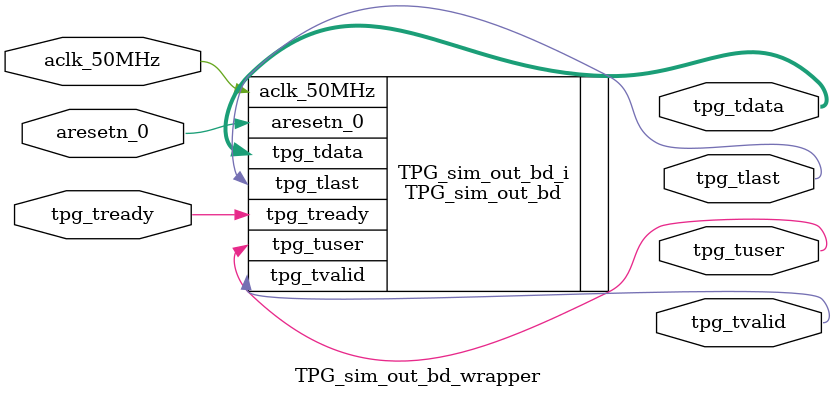
<source format=v>
`timescale 1 ps / 1 ps

module TPG_sim_out_bd_wrapper
   (aclk_50MHz,
    aresetn_0,
    tpg_tdata,
    tpg_tlast,
    tpg_tready,
    tpg_tuser,
    tpg_tvalid);
  input aclk_50MHz;
  input aresetn_0;
  output [23:0]tpg_tdata;
  output [0:0]tpg_tlast;
  input tpg_tready;
  output [0:0]tpg_tuser;
  output tpg_tvalid;

  wire aclk_50MHz;
  wire aresetn_0;
  wire [23:0]tpg_tdata;
  wire [0:0]tpg_tlast;
  wire tpg_tready;
  wire [0:0]tpg_tuser;
  wire tpg_tvalid;

  TPG_sim_out_bd TPG_sim_out_bd_i
       (.aclk_50MHz(aclk_50MHz),
        .aresetn_0(aresetn_0),
        .tpg_tdata(tpg_tdata),
        .tpg_tlast(tpg_tlast),
        .tpg_tready(tpg_tready),
        .tpg_tuser(tpg_tuser),
        .tpg_tvalid(tpg_tvalid));
endmodule

</source>
